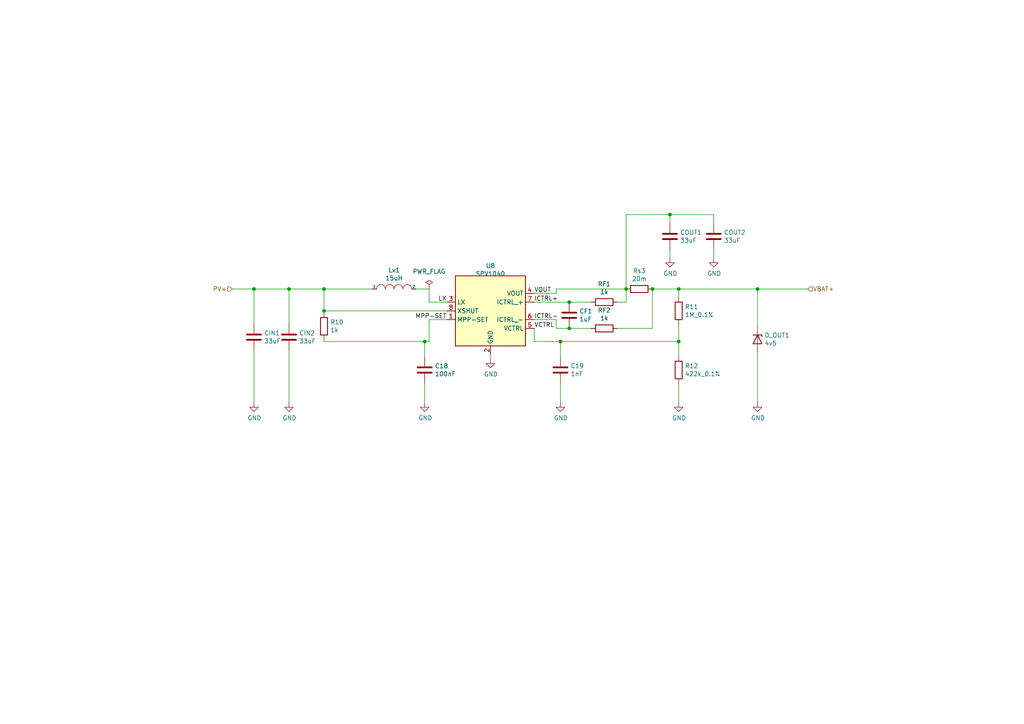
<source format=kicad_sch>
(kicad_sch (version 20211123) (generator eeschema)
  (paper "A4")
  (lib_symbols
    (symbol "Device:C" (pin_numbers hide) (pin_names (offset 0.254))
      (property "Reference" "C" (at 0.635 2.54 0))
      (property "Value" "C" (at 0.635 -2.54 0))
      (symbol "C_0_1"
        (polyline (pts (xy -2.032 -0.762) (xy 2.032 -0.762)) (stroke (width 0.508)))
        (polyline (pts (xy -2.032 0.762) (xy 2.032 0.762)) (stroke (width 0.508)))
      )
      (symbol "C_1_1"
        (pin passive line (at 0 3.81 270) (length 2.794) (name "~") (number "1"))
        (pin passive line (at 0 -3.81 90) (length 2.794) (name "~") (number "2"))
      )
    )
    (symbol "Device:D_Zener" (pin_numbers hide) (pin_names (offset 1.016) hide)
      (property "Reference" "D" (at 0 2.54 0))
      (property "Value" "D_Zener" (at 0 -2.54 0))
      (symbol "D_Zener_0_1"
        (polyline (pts (xy 1.27 0) (xy -1.27 0)))
        (polyline (pts (xy -1.27 -1.27) (xy -1.27 1.27) (xy -0.762 1.27)) (stroke (width 0.254)))
        (polyline (pts (xy 1.27 -1.27) (xy 1.27 1.27) (xy -1.27 0) (xy 1.27 -1.27)) (stroke (width 0.254)))
      )
      (symbol "D_Zener_1_1"
        (pin passive line (at -3.81 0 0) (length 2.54) (name "K") (number "1"))
        (pin passive line (at 3.81 0 180) (length 2.54) (name "A") (number "2"))
      )
    )
    (symbol "Device:R" (pin_numbers hide) (pin_names (offset 0))
      (property "Reference" "R" (at 2.032 0 90))
      (property "Value" "R" (at 0 0 90))
      (symbol "R_0_1"
        (rectangle (start -1.016 -2.54) (end 1.016 2.54) (stroke (width 0.254)))
      )
      (symbol "R_1_1"
        (pin passive line (at 0 3.81 270) (length 1.27) (name "~") (number "1"))
        (pin passive line (at 0 -3.81 90) (length 1.27) (name "~") (number "2"))
      )
    )
    (symbol "lsf-kicad:SPV1040"
      (property "Reference" "U" (at 0 1.27 0))
      (property "Value" "SPV1040" (at 6.35 11.43 0))
      (symbol "SPV1040_0_1"
        (rectangle (start -10.16 10.16) (end 10.16 -10.16) (stroke (width 0.254)) (fill (type background)))
      )
      (symbol "SPV1040_1_1"
        (pin input line (at -12.7 -2.54 0) (length 2.54) (name "MPP-SET") (number "1"))
        (pin power_in line (at 0 -12.7 90) (length 2.54) (name "GND") (number "2"))
        (pin input line (at -12.7 2.54 0) (length 2.54) (name "LX") (number "3"))
        (pin power_out line (at 12.7 5.08 180) (length 2.54) (name "VOUT") (number "4"))
        (pin input line (at 12.7 -5.08 180) (length 2.54) (name "VCTRL") (number "5"))
        (pin input line (at 12.7 -2.54 180) (length 2.54) (name "ICTRL_-") (number "6"))
        (pin input line (at 12.7 2.54 180) (length 2.54) (name "ICTRL_+") (number "7"))
        (pin input line (at -12.7 0 0) (length 2.54) (name "XSHUT") (number "8"))
      )
    )
    (symbol "power:GND" (power) (pin_names (offset 0))
      (property "Value" "GND" (at 0 -3.81 0))
      (symbol "GND_0_1"
        (polyline (pts (xy 0 0) (xy 0 -1.27) (xy 1.27 -1.27) (xy 0 -2.54) (xy -1.27 -1.27) (xy 0 -1.27)))
      )
      (symbol "GND_1_1"
        (pin power_in line (at 0 0 270) (length 0) hide (name "GND") (number "1"))
      )
    )
    (symbol "power:PWR_FLAG" (power) (pin_numbers hide) (pin_names (offset 0) hide)
      (property "Value" "PWR_FLAG" (at 0 3.81 0))
      (symbol "PWR_FLAG_0_0"
        (pin power_out line (at 0 0 90) (length 0) (name "pwr") (number "1"))
      )
      (symbol "PWR_FLAG_0_1"
        (polyline (pts (xy 0 0) (xy 0 1.27) (xy -1.016 1.905) (xy 0 2.54) (xy 1.016 1.905) (xy 0 1.27)))
      )
    )
    (symbol "pspice:INDUCTOR" (pin_numbers hide) (pin_names (offset 0))
      (property "Reference" "L" (at 0 2.54 0))
      (property "Value" "INDUCTOR" (at 0 -1.27 0))
      (symbol "INDUCTOR_0_1"
        (arc (start -2.54 0) (mid -3.81 1.27) (end -5.08 0))
        (arc (start 0 0) (mid -1.27 1.27) (end -2.54 0))
        (arc (start 2.54 0) (mid 1.27 1.27) (end 0 0))
        (arc (start 5.08 0) (mid 3.81 1.27) (end 2.54 0))
      )
      (symbol "INDUCTOR_1_1"
        (pin input line (at -6.35 0 0) (length 1.27) (name "1") (number "1"))
        (pin input line (at 6.35 0 180) (length 1.27) (name "2") (number "2"))
      )
    )
  )
  (junction (at 189.23 83.82))
  (junction (at 196.85 99.06))
  (junction (at 165.1 87.63))
  (junction (at 162.56 99.06))
  (junction (at 83.82 83.82))
  (junction (at 181.61 83.82))
  (junction (at 219.71 83.82))
  (junction (at 93.98 90.17))
  (junction (at 93.98 83.82))
  (junction (at 123.19 99.06))
  (junction (at 73.66 83.82))
  (junction (at 165.1 95.25))
  (junction (at 194.31 62.23))
  (junction (at 196.85 83.82))
  (wire (pts (xy 124.46 99.06) (xy 124.46 92.71)))
  (wire (pts (xy 124.46 92.71) (xy 129.54 92.71)))
  (wire (pts (xy 162.56 111.125) (xy 162.56 116.84)))
  (wire (pts (xy 162.56 103.505) (xy 162.56 99.06)))
  (wire (pts (xy 161.29 95.25) (xy 165.1 95.25)))
  (wire (pts (xy 154.94 99.06) (xy 154.94 95.25)))
  (wire (pts (xy 194.31 62.23) (xy 194.31 64.77)))
  (wire (pts (xy 219.71 94.615) (xy 219.71 83.82)))
  (wire (pts (xy 123.19 111.125) (xy 123.19 116.84)))
  (wire (pts (xy 67.31 83.82) (xy 73.66 83.82)))
  (wire (pts (xy 179.07 87.63) (xy 181.61 87.63)))
  (wire (pts (xy 83.82 101.6) (xy 83.82 116.84)))
  (wire (pts (xy 154.94 92.71) (xy 161.29 92.71)))
  (wire (pts (xy 179.07 95.25) (xy 189.23 95.25)))
  (wire (pts (xy 207.01 62.23) (xy 207.01 64.77)))
  (wire (pts (xy 194.31 62.23) (xy 207.01 62.23)))
  (wire (pts (xy 196.85 99.06) (xy 196.85 103.505)))
  (wire (pts (xy 123.19 103.505) (xy 123.19 99.06)))
  (wire (pts (xy 181.61 62.23) (xy 194.31 62.23)))
  (wire (pts (xy 196.85 83.82) (xy 219.71 83.82)))
  (wire (pts (xy 83.82 93.98) (xy 83.82 83.82)))
  (wire (pts (xy 181.61 83.82) (xy 161.29 83.82)))
  (wire (pts (xy 207.01 72.39) (xy 207.01 74.93)))
  (wire (pts (xy 189.23 95.25) (xy 189.23 83.82)))
  (wire (pts (xy 93.98 83.82) (xy 93.98 90.17)))
  (wire (pts (xy 93.98 90.17) (xy 93.98 90.805)))
  (wire (pts (xy 234.315 83.82) (xy 219.71 83.82)))
  (wire (pts (xy 161.29 92.71) (xy 161.29 95.25)))
  (wire (pts (xy 165.1 87.63) (xy 171.45 87.63)))
  (wire (pts (xy 219.71 102.235) (xy 219.71 116.84)))
  (wire (pts (xy 154.94 99.06) (xy 162.56 99.06)))
  (wire (pts (xy 154.94 87.63) (xy 165.1 87.63)))
  (wire (pts (xy 194.31 72.39) (xy 194.31 74.93)))
  (wire (pts (xy 181.61 83.82) (xy 181.61 62.23)))
  (wire (pts (xy 93.98 90.17) (xy 129.54 90.17)))
  (wire (pts (xy 73.66 101.6) (xy 73.66 116.84)))
  (wire (pts (xy 165.1 95.25) (xy 171.45 95.25)))
  (wire (pts (xy 123.19 99.06) (xy 93.98 99.06)))
  (wire (pts (xy 196.85 83.82) (xy 196.85 86.36)))
  (wire (pts (xy 124.46 83.82) (xy 124.46 87.63)))
  (wire (pts (xy 161.29 83.82) (xy 161.29 85.09)))
  (wire (pts (xy 181.61 87.63) (xy 181.61 83.82)))
  (wire (pts (xy 120.65 83.82) (xy 124.46 83.82)))
  (wire (pts (xy 93.98 98.425) (xy 93.98 99.06)))
  (wire (pts (xy 161.29 85.09) (xy 154.94 85.09)))
  (wire (pts (xy 162.56 99.06) (xy 196.85 99.06)))
  (wire (pts (xy 196.85 93.98) (xy 196.85 99.06)))
  (wire (pts (xy 142.24 104.14) (xy 142.24 102.87)))
  (wire (pts (xy 124.46 87.63) (xy 129.54 87.63)))
  (wire (pts (xy 189.23 83.82) (xy 196.85 83.82)))
  (wire (pts (xy 124.46 99.06) (xy 123.19 99.06)))
  (wire (pts (xy 83.82 83.82) (xy 93.98 83.82)))
  (wire (pts (xy 196.85 111.125) (xy 196.85 116.84)))
  (wire (pts (xy 73.66 83.82) (xy 83.82 83.82)))
  (wire (pts (xy 93.98 83.82) (xy 107.95 83.82)))
  (wire (pts (xy 73.66 93.98) (xy 73.66 83.82)))
  (label "VOUT" (at 154.94 85.09 0))
  (label "ICTRL-" (at 154.94 92.71 0))
  (label "MPP-SET" (at 129.54 92.71 180))
  (label "VCTRL" (at 154.94 95.25 0))
  (label "ICTRL+" (at 154.94 87.63 0))
  (label "LX" (at 129.54 87.63 180))
  (hierarchical_label "VBAT+" (shape input) (at 234.315 83.82 0))
  (hierarchical_label "PV+" (shape input) (at 67.31 83.82 180))
  (symbol (lib_id "Device:R") (at 196.85 107.315 0) (unit 1)
    (property "Reference" "R12" (at 198.628 106.1466 0) (effects (justify left)))
    (property "Value" "422k_0.1%" (at 198.628 108.458 0) (effects (justify left)))
    (property "Footprint" "Resistor_SMD:R_0603_1608Metric" (effects hide))
    (property "MPN" "RN73H1JTTD4223B25" (effects hide))
  )
  (symbol (lib_id "Device:C") (at 207.01 68.58 0) (unit 1)
    (property "Reference" "COUT2" (at 209.931 67.4116 0) (effects (justify left)))
    (property "Value" "33uF" (at 209.931 69.723 0) (effects (justify left)))
    (property "Footprint" "Capacitor_SMD:C_0805_2012Metric" (effects hide))
    (property "MPN" "C2012X5R1A336M125AC" (effects hide))
  )
  (symbol (lib_id "Device:C") (at 73.66 97.79 0) (unit 1)
    (property "Reference" "CIN1" (at 76.581 96.6216 0) (effects (justify left)))
    (property "Value" "33uF" (at 76.581 98.933 0) (effects (justify left)))
    (property "Footprint" "Capacitor_SMD:C_0805_2012Metric" (effects hide))
    (property "MPN" "C2012X5R1A336M125AC" (effects hide))
  )
  (symbol (lib_id "power:GND") (at 123.19 116.84 0) (unit 1)
    (property "Reference" "#PWR025" (effects hide))
    (property "Value" "GND" (at 123.317 121.2342 0))
  )
  (symbol (lib_id "power:GND") (at 207.01 74.93 0) (unit 1)
    (property "Reference" "#PWR030" (effects hide))
    (property "Value" "GND" (at 207.137 79.3242 0))
  )
  (symbol (lib_id "power:GND") (at 142.24 104.14 0) (unit 1)
    (property "Reference" "#PWR026" (effects hide))
    (property "Value" "GND" (at 142.367 108.5342 0))
  )
  (symbol (lib_id "power:PWR_FLAG") (at 124.46 83.82 0) (unit 1)
    (property "Reference" "#FLG09" (effects hide))
    (property "Value" "PWR_FLAG" (at 124.46 78.74 0))
  )
  (symbol (lib_id "Device:C") (at 83.82 97.79 0) (unit 1)
    (property "Reference" "CIN2" (at 86.741 96.6216 0) (effects (justify left)))
    (property "Value" "33uF" (at 86.741 98.933 0) (effects (justify left)))
    (property "Footprint" "Capacitor_SMD:C_0805_2012Metric" (effects hide))
    (property "MPN" "C2012X5R1A336M125AC" (effects hide))
  )
  (symbol (lib_id "power:GND") (at 194.31 74.93 0) (unit 1)
    (property "Reference" "#PWR028" (effects hide))
    (property "Value" "GND" (at 194.437 79.3242 0))
  )
  (symbol (lib_id "Device:D_Zener") (at 219.71 98.425 270) (unit 1)
    (property "Reference" "D_OUT1" (at 221.7166 97.2566 90) (effects (justify left)))
    (property "Value" "4v5" (at 221.7166 99.568 90) (effects (justify left)))
    (property "Footprint" "00:DO216-AA" (effects hide))
    (property "MPN" "STPS1L40M" (effects hide))
  )
  (symbol (lib_id "Device:R") (at 196.85 90.17 0) (unit 1)
    (property "Reference" "R11" (at 198.628 89.0016 0) (effects (justify left)))
    (property "Value" "1M_0.1%" (at 198.628 91.313 0) (effects (justify left)))
    (property "Footprint" "Resistor_SMD:R_0603_1608Metric" (effects hide))
    (property "MPN" "RN73H1JTTD1004B25" (effects hide))
  )
  (symbol (lib_id "power:GND") (at 196.85 116.84 0) (unit 1)
    (property "Reference" "#PWR029" (effects hide))
    (property "Value" "GND" (at 196.977 121.2342 0))
  )
  (symbol (lib_id "Device:C") (at 165.1 91.44 0) (unit 1)
    (property "Reference" "CF1" (at 168.021 90.2716 0) (effects (justify left)))
    (property "Value" "1uF" (at 168.021 92.583 0) (effects (justify left)))
    (property "Footprint" "Capacitor_SMD:C_0603_1608Metric" (effects hide))
    (property "MPN" "C0603C105M8RACAUTO" (effects hide))
  )
  (symbol (lib_id "Device:R") (at 175.26 95.25 270) (unit 1)
    (property "Reference" "RF2" (at 175.26 89.9922 90))
    (property "Value" "1k" (at 175.26 92.3036 90))
    (property "Footprint" "Resistor_SMD:R_0603_1608Metric" (effects hide))
    (property "MPN" "CRCW06031K00FKEA" (effects hide))
  )
  (symbol (lib_id "power:GND") (at 162.56 116.84 0) (unit 1)
    (property "Reference" "#PWR027" (effects hide))
    (property "Value" "GND" (at 162.687 121.2342 0))
  )
  (symbol (lib_id "Device:R") (at 175.26 87.63 270) (unit 1)
    (property "Reference" "RF1" (at 175.26 82.3722 90))
    (property "Value" "1k" (at 175.26 84.6836 90))
    (property "Footprint" "Resistor_SMD:R_0603_1608Metric" (effects hide))
    (property "MPN" "CRCW06031K00FKEA" (effects hide))
  )
  (symbol (lib_id "Device:R") (at 185.42 83.82 270) (unit 1)
    (property "Reference" "Rs3" (at 185.42 78.5622 90))
    (property "Value" "20m" (at 185.42 80.8736 90))
    (property "Footprint" "Resistor_SMD:R_0603_1608Metric" (effects hide))
    (property "MPN" "RCWE060320L0FQEA" (effects hide))
  )
  (symbol (lib_id "power:GND") (at 83.82 116.84 0) (unit 1)
    (property "Reference" "#PWR024" (effects hide))
    (property "Value" "GND" (at 83.947 121.2342 0))
  )
  (symbol (lib_id "Device:C") (at 123.19 107.315 0) (unit 1)
    (property "Reference" "C18" (at 126.111 106.1466 0) (effects (justify left)))
    (property "Value" "100nF" (at 126.111 108.458 0) (effects (justify left)))
    (property "Footprint" "Capacitor_SMD:C_0603_1608Metric" (effects hide))
    (property "MPN" "C0603C104K8RACTU" (effects hide))
  )
  (symbol (lib_id "Device:C") (at 194.31 68.58 0) (unit 1)
    (property "Reference" "COUT1" (at 197.231 67.4116 0) (effects (justify left)))
    (property "Value" "33uF" (at 197.231 69.723 0) (effects (justify left)))
    (property "Footprint" "Capacitor_SMD:C_0805_2012Metric" (effects hide))
    (property "MPN" "C2012X5R1A336M125AC" (effects hide))
  )
  (symbol (lib_id "lsf-kicad:SPV1040") (at 142.24 90.17 0) (unit 1)
    (property "Reference" "U8" (at 142.24 77.089 0))
    (property "Value" "SPV1040" (at 142.24 79.4004 0))
    (property "Footprint" "Package_SO:TSSOP-8_4.4x3mm_P0.65mm" (effects hide))
    (property "Datasheet" "https://www.st.com/resource/en/datasheet/spv1040.pdf" (effects hide))
    (property "MPN" "SPV1040TTR" (effects hide))
  )
  (symbol (lib_id "Device:C") (at 162.56 107.315 0) (unit 1)
    (property "Reference" "C19" (at 165.481 106.1466 0) (effects (justify left)))
    (property "Value" "1nF" (at 165.481 108.458 0) (effects (justify left)))
    (property "Footprint" "Capacitor_SMD:C_0603_1608Metric" (effects hide))
    (property "MPN" "C0603C102J8HACTU" (effects hide))
  )
  (symbol (lib_id "Device:R") (at 93.98 94.615 0) (unit 1)
    (property "Reference" "R10" (at 95.758 93.4466 0) (effects (justify left)))
    (property "Value" "1k" (at 95.758 95.758 0) (effects (justify left)))
    (property "Footprint" "Resistor_SMD:R_0603_1608Metric" (effects hide))
    (property "MPN" "CRCW06031K00FKEA" (effects hide))
  )
  (symbol (lib_id "power:GND") (at 73.66 116.84 0) (unit 1)
    (property "Reference" "#PWR023" (effects hide))
    (property "Value" "GND" (at 73.787 121.2342 0))
  )
  (symbol (lib_id "power:GND") (at 219.71 116.84 0) (unit 1)
    (property "Reference" "#PWR031" (effects hide))
    (property "Value" "GND" (at 219.837 121.2342 0))
  )
  (symbol (lib_id "pspice:INDUCTOR") (at 114.3 83.82 0) (unit 1)
    (property "Reference" "Lx1" (at 114.3 78.359 0))
    (property "Value" "15uH" (at 114.3 80.6704 0))
    (property "Footprint" "Inductor_SMD:L_Bourns_SRN6045TA" (effects hide))
    (property "MPN" "NR5040T150M" (effects hide))
  )
)
</source>
